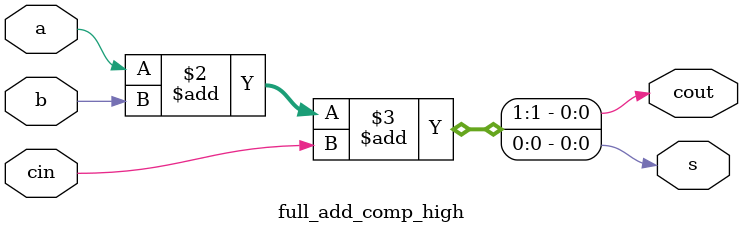
<source format=v>

/* 
 Ceci est une description comportementale de plus haut niveau d'un additionneur 1 bit.
 */
 
module full_add_comp_high(a, b, cin, s, cout);

   input	a, b, cin;
   output 	s, cout;
   
   wire		a, b, cin;

   // s et cout sont ici definis en reg. Ce sont des variables, c'est a dire qu'ils peuvent etre affectes dans un processus, et garder
   // leur valeur entre deux appels du processus
   reg 		s, cout;

   /* 
    Description comportementale de haut niveau : la fonctionalite recherche est celle d'un additionneur
    1 bit, c'est a dire : a + b + cin = s, avec eventuellement une retenue cout.
    Ce qui se traduit sous forme vectorielle par : {cout, s} = a + b + cin.
    On aurait pu ecrire "assign {cout, s} = a + b + cin;" si cout et s avaient ete declares en wire.
    Mais comme on veut voir les regs, la syntaxe change !
    */

   /* On declare ici un processus, qui modelise une fonction combinatoire. Ce processus affecte cout et s, et doit
    etre evalue a chaque changement de la valeur des entrees (a, b, cin)
    */

   always @(a or b or cin)
     {cout, s} = a + b + cin;
      
endmodule
 

</source>
